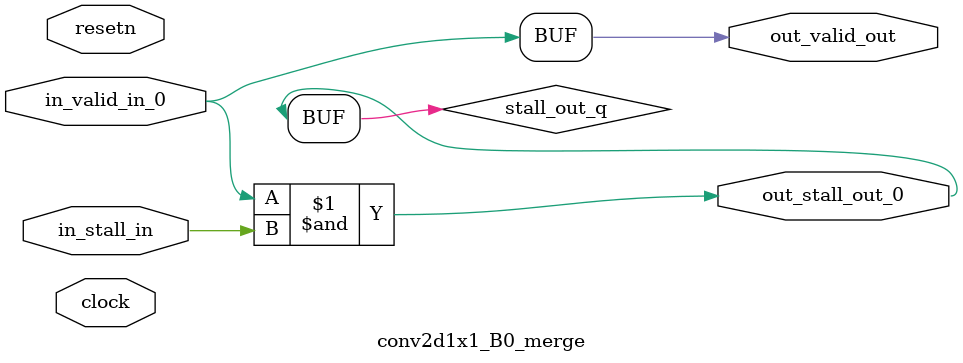
<source format=sv>



(* altera_attribute = "-name AUTO_SHIFT_REGISTER_RECOGNITION OFF; -name MESSAGE_DISABLE 10036; -name MESSAGE_DISABLE 10037; -name MESSAGE_DISABLE 14130; -name MESSAGE_DISABLE 14320; -name MESSAGE_DISABLE 15400; -name MESSAGE_DISABLE 14130; -name MESSAGE_DISABLE 10036; -name MESSAGE_DISABLE 12020; -name MESSAGE_DISABLE 12030; -name MESSAGE_DISABLE 12010; -name MESSAGE_DISABLE 12110; -name MESSAGE_DISABLE 14320; -name MESSAGE_DISABLE 13410; -name MESSAGE_DISABLE 113007; -name MESSAGE_DISABLE 10958" *)
module conv2d1x1_B0_merge (
    input wire [0:0] in_stall_in,
    input wire [0:0] in_valid_in_0,
    output wire [0:0] out_stall_out_0,
    output wire [0:0] out_valid_out,
    input wire clock,
    input wire resetn
    );

    wire [0:0] stall_out_q;


    // stall_out(LOGICAL,6)
    assign stall_out_q = in_valid_in_0 & in_stall_in;

    // out_stall_out_0(GPOUT,4)
    assign out_stall_out_0 = stall_out_q;

    // out_valid_out(GPOUT,5)
    assign out_valid_out = in_valid_in_0;

endmodule

</source>
